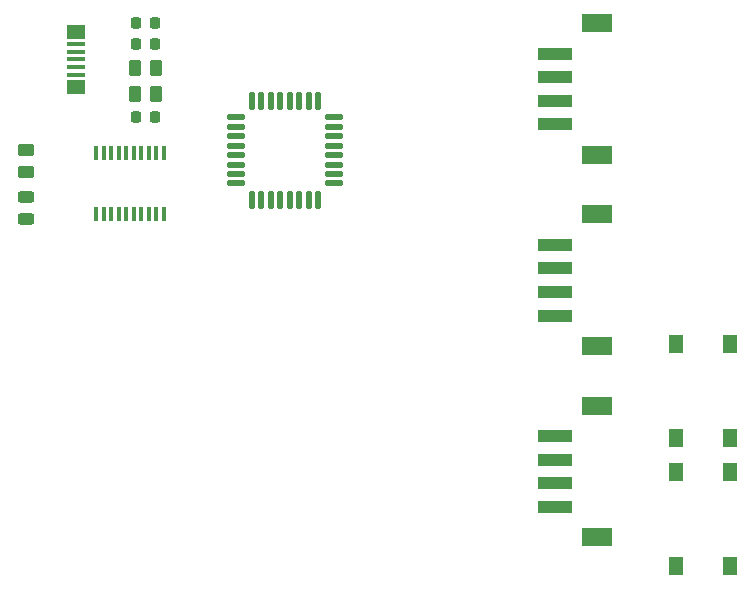
<source format=gbr>
%TF.GenerationSoftware,KiCad,Pcbnew,9.0.4*%
%TF.CreationDate,2025-09-01T15:43:59+02:00*%
%TF.ProjectId,Cours_Univ_2025_v1,436f7572-735f-4556-9e69-765f32303235,rev?*%
%TF.SameCoordinates,PX2faf080PY632ea00*%
%TF.FileFunction,Paste,Top*%
%TF.FilePolarity,Positive*%
%FSLAX46Y46*%
G04 Gerber Fmt 4.6, Leading zero omitted, Abs format (unit mm)*
G04 Created by KiCad (PCBNEW 9.0.4) date 2025-09-01 15:43:59*
%MOMM*%
%LPD*%
G01*
G04 APERTURE LIST*
G04 Aperture macros list*
%AMRoundRect*
0 Rectangle with rounded corners*
0 $1 Rounding radius*
0 $2 $3 $4 $5 $6 $7 $8 $9 X,Y pos of 4 corners*
0 Add a 4 corners polygon primitive as box body*
4,1,4,$2,$3,$4,$5,$6,$7,$8,$9,$2,$3,0*
0 Add four circle primitives for the rounded corners*
1,1,$1+$1,$2,$3*
1,1,$1+$1,$4,$5*
1,1,$1+$1,$6,$7*
1,1,$1+$1,$8,$9*
0 Add four rect primitives between the rounded corners*
20,1,$1+$1,$2,$3,$4,$5,0*
20,1,$1+$1,$4,$5,$6,$7,0*
20,1,$1+$1,$6,$7,$8,$9,0*
20,1,$1+$1,$8,$9,$2,$3,0*%
G04 Aperture macros list end*
%ADD10R,1.500000X0.400000*%
%ADD11R,1.500000X1.150000*%
%ADD12RoundRect,0.125000X-0.125000X0.625000X-0.125000X-0.625000X0.125000X-0.625000X0.125000X0.625000X0*%
%ADD13RoundRect,0.125000X-0.625000X0.125000X-0.625000X-0.125000X0.625000X-0.125000X0.625000X0.125000X0*%
%ADD14R,2.600000X1.550000*%
%ADD15R,3.000000X1.000000*%
%ADD16RoundRect,0.243750X-0.456250X0.243750X-0.456250X-0.243750X0.456250X-0.243750X0.456250X0.243750X0*%
%ADD17RoundRect,0.250000X0.450000X-0.262500X0.450000X0.262500X-0.450000X0.262500X-0.450000X-0.262500X0*%
%ADD18RoundRect,0.250000X0.262500X0.450000X-0.262500X0.450000X-0.262500X-0.450000X0.262500X-0.450000X0*%
%ADD19RoundRect,0.225000X0.225000X0.250000X-0.225000X0.250000X-0.225000X-0.250000X0.225000X-0.250000X0*%
%ADD20RoundRect,0.225000X-0.225000X-0.250000X0.225000X-0.250000X0.225000X0.250000X-0.225000X0.250000X0*%
%ADD21R,1.300000X1.550000*%
%ADD22R,0.400000X1.200000*%
G04 APERTURE END LIST*
D10*
%TO.C,X1*%
X5600000Y46300000D03*
X5600000Y45650000D03*
X5600000Y45000000D03*
X5600000Y44350000D03*
D11*
X5600000Y47325000D03*
D10*
X5600000Y43700000D03*
D11*
X5600000Y42675000D03*
%TD*%
D12*
%TO.C,U1*%
X26100000Y41475000D03*
X25300000Y41475000D03*
X24500000Y41475000D03*
X23700000Y41475000D03*
X22900000Y41475000D03*
X22100000Y41475000D03*
X21300000Y41475000D03*
X20500000Y41475000D03*
D13*
X19125000Y40100000D03*
X19125000Y39300000D03*
X19125000Y38500000D03*
X19125000Y37700000D03*
X19125000Y36900000D03*
X19125000Y36100000D03*
X19125000Y35300000D03*
X19125000Y34500000D03*
D12*
X20500000Y33125000D03*
X21300000Y33125000D03*
X22100000Y33125000D03*
X22900000Y33125000D03*
X23700000Y33125000D03*
X24500000Y33125000D03*
X25300000Y33125000D03*
X26100000Y33125000D03*
D13*
X27475000Y34500000D03*
X27475000Y35300000D03*
X27475000Y36100000D03*
X27475000Y36900000D03*
X27475000Y37700000D03*
X27475000Y38500000D03*
X27475000Y39300000D03*
X27475000Y40100000D03*
%TD*%
D14*
%TO.C,I2C*%
X49689160Y4525000D03*
X49689160Y15675000D03*
D15*
X46200000Y7100000D03*
X46200000Y9100000D03*
X46200000Y11100000D03*
X46200000Y13100000D03*
%TD*%
D14*
%TO.C,UART1*%
X49689160Y20725000D03*
X49689160Y31875000D03*
D15*
X46200000Y23300000D03*
X46200000Y25300000D03*
X46200000Y27300000D03*
X46200000Y29300000D03*
%TD*%
D16*
%TO.C,D1*%
X1400000Y33337500D03*
X1400000Y31462500D03*
%TD*%
D17*
%TO.C,R3*%
X1400000Y35487500D03*
X1400000Y37312500D03*
%TD*%
D18*
%TO.C,R1*%
X12412500Y44300000D03*
X10587500Y44300000D03*
%TD*%
%TO.C,R2*%
X12412500Y42100000D03*
X10587500Y42100000D03*
%TD*%
D19*
%TO.C,C2*%
X12275000Y40100000D03*
X10725000Y40100000D03*
%TD*%
D20*
%TO.C,C1*%
X10725000Y46300000D03*
X12275000Y46300000D03*
%TD*%
D21*
%TO.C,BP/PA8*%
X56450000Y12925000D03*
X56450000Y20875000D03*
X60950000Y12925000D03*
X60950000Y20875000D03*
%TD*%
%TO.C,RESET*%
X60950000Y10075000D03*
X60950000Y2125000D03*
X56450000Y10075000D03*
X56450000Y2125000D03*
%TD*%
D20*
%TO.C,C3*%
X10725000Y48100000D03*
X12275000Y48100000D03*
%TD*%
D15*
%TO.C,PB3/PA15*%
X46200000Y45500000D03*
X46200000Y43500000D03*
X46200000Y41500000D03*
X46200000Y39500000D03*
D14*
X49689160Y48075000D03*
X49689160Y36925000D03*
%TD*%
D22*
%TO.C,U2*%
X7342500Y31900000D03*
X7977500Y31900000D03*
X8612500Y31900000D03*
X9247500Y31900000D03*
X9882500Y31900000D03*
X10517500Y31900000D03*
X11152500Y31900000D03*
X11787500Y31900000D03*
X12422500Y31900000D03*
X13057500Y31900000D03*
X13057500Y37100000D03*
X12422500Y37100000D03*
X11787500Y37100000D03*
X11152500Y37100000D03*
X10517500Y37100000D03*
X9882500Y37100000D03*
X9247500Y37100000D03*
X8612500Y37100000D03*
X7977500Y37100000D03*
X7342500Y37100000D03*
%TD*%
M02*

</source>
